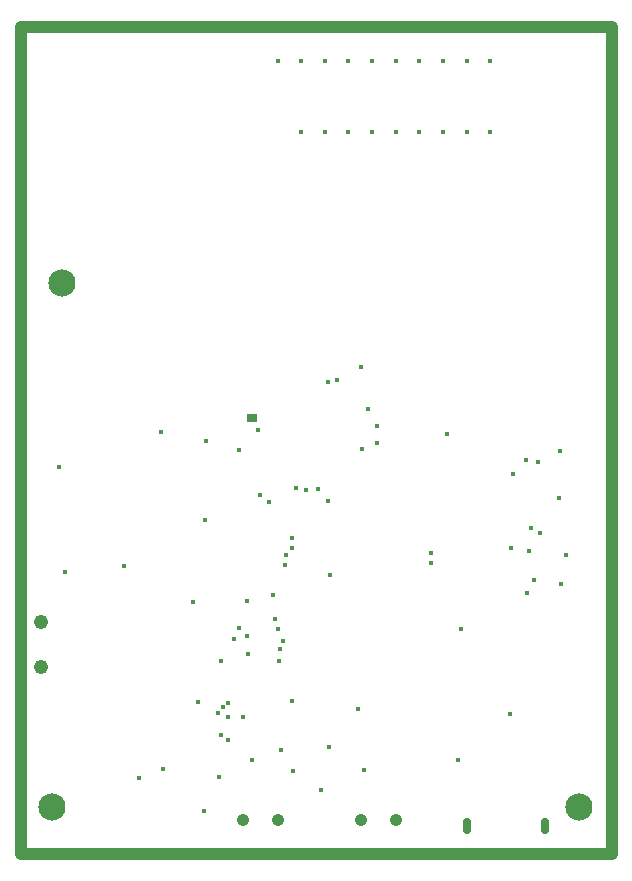
<source format=gbr>
%TF.GenerationSoftware,Altium Limited,Altium Designer,20.2.4 (192)*%
G04 Layer_Physical_Order=2*
G04 Layer_Color=32768*
%FSLAX26Y26*%
%MOIN*%
%TF.SameCoordinates,E8949934-62E6-4346-A9B8-0D5D28CF3135*%
%TF.FilePolarity,Negative*%
%TF.FileFunction,Copper,L2,Inr,Plane*%
%TF.Part,Single*%
G01*
G75*
%TA.AperFunction,OtherPad,Pad Y1-2 (770.559mil,1453.347mil)*%
%ADD76R,0.035433X0.031496*%
%TA.AperFunction,NonConductor*%
%ADD77C,0.040000*%
%TA.AperFunction,ComponentPad*%
%ADD78C,0.041465*%
%ADD79C,0.048157*%
%TA.AperFunction,ViaPad*%
%ADD80C,0.090677*%
%TA.AperFunction,ComponentPad*%
%ADD81O,0.027685X0.055244*%
%TA.AperFunction,ViaPad*%
%ADD82C,0.015874*%
%ADD83C,0.016661*%
D76*
X770559Y1453347D02*
D03*
D77*
X0Y0D02*
Y2755905D01*
X1968504D01*
Y0D02*
Y2755905D01*
X0Y0D02*
X1968504D01*
D78*
X1132000Y112000D02*
D03*
X1250110Y112000D02*
D03*
X858055D02*
D03*
X739945Y112000D02*
D03*
D79*
X64961Y622000D02*
D03*
Y772000D02*
D03*
D80*
X135000Y1904000D02*
D03*
X103000Y158000D02*
D03*
X1861000Y156000D02*
D03*
D81*
X1746677Y93000D02*
D03*
X1486834D02*
D03*
D82*
X1465551Y750000D02*
D03*
X769000Y313000D02*
D03*
X908000Y276000D02*
D03*
X757000Y667000D02*
D03*
X859000Y644000D02*
D03*
X739201Y456693D02*
D03*
X1124262Y484252D02*
D03*
X589000Y507000D02*
D03*
X665000Y397000D02*
D03*
X392000Y253000D02*
D03*
X1630906Y466536D02*
D03*
X471457Y284449D02*
D03*
X1053150Y1578740D02*
D03*
X1633571Y1020209D02*
D03*
X1144685Y279528D02*
D03*
X998236Y214362D02*
D03*
X1457677Y314094D02*
D03*
X659032Y255905D02*
D03*
X874016Y710630D02*
D03*
X863189Y682087D02*
D03*
X1815945Y995079D02*
D03*
X902000Y1054000D02*
D03*
X1031000Y931000D02*
D03*
X1365000Y1002000D02*
D03*
X1701000Y1087000D02*
D03*
X753000Y728000D02*
D03*
X727000Y752000D02*
D03*
X711000Y716000D02*
D03*
X147000Y939000D02*
D03*
X609000Y142000D02*
D03*
X1798315Y899685D02*
D03*
X883000Y997000D02*
D03*
X880976Y964000D02*
D03*
X1027000Y358000D02*
D03*
X1724000Y1306000D02*
D03*
X789000Y1415000D02*
D03*
X728000Y1346000D02*
D03*
X918000Y1220000D02*
D03*
X989000Y1216000D02*
D03*
X1022000Y1177000D02*
D03*
X1155000Y1485000D02*
D03*
X667000Y643000D02*
D03*
X1563661Y2644449D02*
D03*
Y2408228D02*
D03*
X1484921Y2644449D02*
D03*
Y2408228D02*
D03*
X1406181Y2644449D02*
D03*
Y2408228D02*
D03*
X1327441Y2644449D02*
D03*
Y2408228D02*
D03*
X1248701Y2644449D02*
D03*
Y2408228D02*
D03*
X1169961Y2644449D02*
D03*
Y2408228D02*
D03*
X1091220Y2644449D02*
D03*
Y2408228D02*
D03*
X1012480Y2644449D02*
D03*
Y2408228D02*
D03*
X933740Y2644449D02*
D03*
Y2408228D02*
D03*
X855000Y2644441D02*
D03*
X903000Y509000D02*
D03*
X127000Y1291000D02*
D03*
X950000Y1214000D02*
D03*
X617000Y1376000D02*
D03*
X798000Y1198000D02*
D03*
X848000Y784000D02*
D03*
X574000Y839000D02*
D03*
X342000Y961000D02*
D03*
X857000Y749000D02*
D03*
X826000Y1173000D02*
D03*
X614000Y1115000D02*
D03*
X867000Y346000D02*
D03*
X841362Y864362D02*
D03*
X752000Y844000D02*
D03*
X902000Y1020000D02*
D03*
X467000Y1407000D02*
D03*
X1137000Y1349000D02*
D03*
X1418500Y1399500D02*
D03*
X1730685Y1070315D02*
D03*
X1132000Y1624000D02*
D03*
X1797756Y1342244D02*
D03*
X1639000Y1268000D02*
D03*
X1684000Y1313000D02*
D03*
X1365000Y969000D02*
D03*
X1794315Y1185685D02*
D03*
X1187000Y1427000D02*
D03*
X1692000Y1011000D02*
D03*
X1685000Y871000D02*
D03*
X1187000Y1369000D02*
D03*
X1709000Y912000D02*
D03*
X1022000Y1575000D02*
D03*
X689000Y381000D02*
D03*
D83*
X657323Y471677D02*
D03*
X688819Y456536D02*
D03*
X673071Y489331D02*
D03*
X688819Y503780D02*
D03*
%TF.MD5,30f773f2e7d82686525f061c892da07b*%
M02*

</source>
